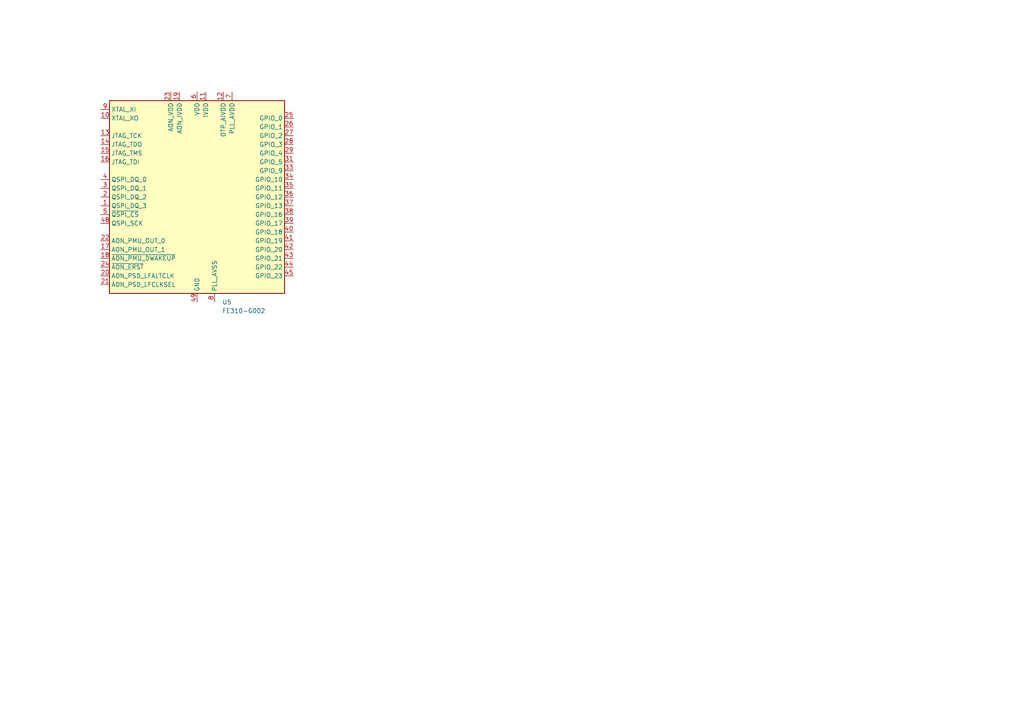
<source format=kicad_sch>
(kicad_sch (version 20230121) (generator eeschema)

  (uuid 376ea675-78a4-40fe-9e38-ffd0b7986113)

  (paper "A4")

  (lib_symbols
    (symbol "MCU_SiFive:FE310-G002" (in_bom yes) (on_board yes)
      (property "Reference" "U" (at -25.4 29.21 0)
        (effects (font (size 1.27 1.27)) (justify left))
      )
      (property "Value" "FE310-G002" (at 12.7 29.21 0)
        (effects (font (size 1.27 1.27)) (justify left))
      )
      (property "Footprint" "Package_DFN_QFN:QFN-48-1EP_6x6mm_P0.4mm_EP4.2x4.2mm_ThermalVias" (at 2.54 -29.21 0)
        (effects (font (size 1.27 1.27)) hide)
      )
      (property "Datasheet" "https://sifive.cdn.prismic.io/sifive%2F3d777659-a0dd-49ed-a011-5bebba17aecf_fe310-g002-ds.pdf" (at -27.94 31.75 0)
        (effects (font (size 1.27 1.27)) hide)
      )
      (property "ki_keywords" "microcontroller RISC-V SiFive" (at 0 0 0)
        (effects (font (size 1.27 1.27)) hide)
      )
      (property "ki_description" "RISC-V MCU, 8KB OTP Program Memory, 8KB ROM, 16KB Instruction Cache, 16KB SRAM, 320MHz, 1.8 and 3.6V, 24 GPIO, QFN-48" (at 0 0 0)
        (effects (font (size 1.27 1.27)) hide)
      )
      (property "ki_fp_filters" "QFN*1EP*6x6mm*P0.4mm*" (at 0 0 0)
        (effects (font (size 1.27 1.27)) hide)
      )
      (symbol "FE310-G002_0_1"
        (rectangle (start -25.4 27.94) (end 25.4 -27.94)
          (stroke (width 0.254) (type default))
          (fill (type background))
        )
      )
      (symbol "FE310-G002_1_1"
        (pin bidirectional line (at -27.94 -2.54 0) (length 2.54)
          (name "QSPI_DQ_3" (effects (font (size 1.27 1.27))))
          (number "1" (effects (font (size 1.27 1.27))))
        )
        (pin output line (at -27.94 22.86 0) (length 2.54)
          (name "XTAL_XO" (effects (font (size 1.27 1.27))))
          (number "10" (effects (font (size 1.27 1.27))))
        )
        (pin power_in line (at 2.54 30.48 270) (length 2.54)
          (name "IVDD" (effects (font (size 1.27 1.27))))
          (number "11" (effects (font (size 1.27 1.27))))
        )
        (pin power_in line (at 7.62 30.48 270) (length 2.54)
          (name "OTP_AIVDD" (effects (font (size 1.27 1.27))))
          (number "12" (effects (font (size 1.27 1.27))))
        )
        (pin input line (at -27.94 17.78 0) (length 2.54)
          (name "JTAG_TCK" (effects (font (size 1.27 1.27))))
          (number "13" (effects (font (size 1.27 1.27))))
        )
        (pin output line (at -27.94 15.24 0) (length 2.54)
          (name "JTAG_TDO" (effects (font (size 1.27 1.27))))
          (number "14" (effects (font (size 1.27 1.27))))
        )
        (pin input line (at -27.94 12.7 0) (length 2.54)
          (name "JTAG_TMS" (effects (font (size 1.27 1.27))))
          (number "15" (effects (font (size 1.27 1.27))))
        )
        (pin input line (at -27.94 10.16 0) (length 2.54)
          (name "JTAG_TDI" (effects (font (size 1.27 1.27))))
          (number "16" (effects (font (size 1.27 1.27))))
        )
        (pin output line (at -27.94 -15.24 0) (length 2.54)
          (name "AON_PMU_OUT_1" (effects (font (size 1.27 1.27))))
          (number "17" (effects (font (size 1.27 1.27))))
        )
        (pin input line (at -27.94 -17.78 0) (length 2.54)
          (name "~{AON_PMU_DWAKEUP}" (effects (font (size 1.27 1.27))))
          (number "18" (effects (font (size 1.27 1.27))))
        )
        (pin power_in line (at -5.08 30.48 270) (length 2.54)
          (name "AON_IVDD" (effects (font (size 1.27 1.27))))
          (number "19" (effects (font (size 1.27 1.27))))
        )
        (pin bidirectional line (at -27.94 0 0) (length 2.54)
          (name "QSPI_DQ_2" (effects (font (size 1.27 1.27))))
          (number "2" (effects (font (size 1.27 1.27))))
        )
        (pin input line (at -27.94 -22.86 0) (length 2.54)
          (name "AON_PSD_LFALTCLK" (effects (font (size 1.27 1.27))))
          (number "20" (effects (font (size 1.27 1.27))))
        )
        (pin input line (at -27.94 -25.4 0) (length 2.54)
          (name "AON_PSD_LFCLKSEL" (effects (font (size 1.27 1.27))))
          (number "21" (effects (font (size 1.27 1.27))))
        )
        (pin output line (at -27.94 -12.7 0) (length 2.54)
          (name "AON_PMU_OUT_0" (effects (font (size 1.27 1.27))))
          (number "22" (effects (font (size 1.27 1.27))))
        )
        (pin power_in line (at -7.62 30.48 270) (length 2.54)
          (name "AON_VDD" (effects (font (size 1.27 1.27))))
          (number "23" (effects (font (size 1.27 1.27))))
        )
        (pin input line (at -27.94 -20.32 0) (length 2.54)
          (name "~{AON_ERST}" (effects (font (size 1.27 1.27))))
          (number "24" (effects (font (size 1.27 1.27))))
        )
        (pin bidirectional line (at 27.94 22.86 180) (length 2.54)
          (name "GPIO_0" (effects (font (size 1.27 1.27))))
          (number "25" (effects (font (size 1.27 1.27))))
        )
        (pin bidirectional line (at 27.94 20.32 180) (length 2.54)
          (name "GPIO_1" (effects (font (size 1.27 1.27))))
          (number "26" (effects (font (size 1.27 1.27))))
        )
        (pin bidirectional line (at 27.94 17.78 180) (length 2.54)
          (name "GPIO_2" (effects (font (size 1.27 1.27))))
          (number "27" (effects (font (size 1.27 1.27))))
        )
        (pin bidirectional line (at 27.94 15.24 180) (length 2.54)
          (name "GPIO_3" (effects (font (size 1.27 1.27))))
          (number "28" (effects (font (size 1.27 1.27))))
        )
        (pin bidirectional line (at 27.94 12.7 180) (length 2.54)
          (name "GPIO_4" (effects (font (size 1.27 1.27))))
          (number "29" (effects (font (size 1.27 1.27))))
        )
        (pin bidirectional line (at -27.94 2.54 0) (length 2.54)
          (name "QSPI_DQ_1" (effects (font (size 1.27 1.27))))
          (number "3" (effects (font (size 1.27 1.27))))
        )
        (pin passive line (at 0 30.48 270) (length 2.54) hide
          (name "VDD" (effects (font (size 1.27 1.27))))
          (number "30" (effects (font (size 1.27 1.27))))
        )
        (pin bidirectional line (at 27.94 10.16 180) (length 2.54)
          (name "GPIO_5" (effects (font (size 1.27 1.27))))
          (number "31" (effects (font (size 1.27 1.27))))
        )
        (pin passive line (at 2.54 30.48 270) (length 2.54) hide
          (name "IVDD" (effects (font (size 1.27 1.27))))
          (number "32" (effects (font (size 1.27 1.27))))
        )
        (pin bidirectional line (at 27.94 7.62 180) (length 2.54)
          (name "GPIO_9" (effects (font (size 1.27 1.27))))
          (number "33" (effects (font (size 1.27 1.27))))
        )
        (pin bidirectional line (at 27.94 5.08 180) (length 2.54)
          (name "GPIO_10" (effects (font (size 1.27 1.27))))
          (number "34" (effects (font (size 1.27 1.27))))
        )
        (pin bidirectional line (at 27.94 2.54 180) (length 2.54)
          (name "GPIO_11" (effects (font (size 1.27 1.27))))
          (number "35" (effects (font (size 1.27 1.27))))
        )
        (pin bidirectional line (at 27.94 0 180) (length 2.54)
          (name "GPIO_12" (effects (font (size 1.27 1.27))))
          (number "36" (effects (font (size 1.27 1.27))))
        )
        (pin bidirectional line (at 27.94 -2.54 180) (length 2.54)
          (name "GPIO_13" (effects (font (size 1.27 1.27))))
          (number "37" (effects (font (size 1.27 1.27))))
        )
        (pin bidirectional line (at 27.94 -5.08 180) (length 2.54)
          (name "GPIO_16" (effects (font (size 1.27 1.27))))
          (number "38" (effects (font (size 1.27 1.27))))
        )
        (pin bidirectional line (at 27.94 -7.62 180) (length 2.54)
          (name "GPIO_17" (effects (font (size 1.27 1.27))))
          (number "39" (effects (font (size 1.27 1.27))))
        )
        (pin bidirectional line (at -27.94 5.08 0) (length 2.54)
          (name "QSPI_DQ_0" (effects (font (size 1.27 1.27))))
          (number "4" (effects (font (size 1.27 1.27))))
        )
        (pin bidirectional line (at 27.94 -10.16 180) (length 2.54)
          (name "GPIO_18" (effects (font (size 1.27 1.27))))
          (number "40" (effects (font (size 1.27 1.27))))
        )
        (pin bidirectional line (at 27.94 -12.7 180) (length 2.54)
          (name "GPIO_19" (effects (font (size 1.27 1.27))))
          (number "41" (effects (font (size 1.27 1.27))))
        )
        (pin bidirectional line (at 27.94 -15.24 180) (length 2.54)
          (name "GPIO_20" (effects (font (size 1.27 1.27))))
          (number "42" (effects (font (size 1.27 1.27))))
        )
        (pin bidirectional line (at 27.94 -17.78 180) (length 2.54)
          (name "GPIO_21" (effects (font (size 1.27 1.27))))
          (number "43" (effects (font (size 1.27 1.27))))
        )
        (pin bidirectional line (at 27.94 -20.32 180) (length 2.54)
          (name "GPIO_22" (effects (font (size 1.27 1.27))))
          (number "44" (effects (font (size 1.27 1.27))))
        )
        (pin bidirectional line (at 27.94 -22.86 180) (length 2.54)
          (name "GPIO_23" (effects (font (size 1.27 1.27))))
          (number "45" (effects (font (size 1.27 1.27))))
        )
        (pin passive line (at 0 30.48 270) (length 2.54) hide
          (name "VDD" (effects (font (size 1.27 1.27))))
          (number "46" (effects (font (size 1.27 1.27))))
        )
        (pin passive line (at 2.54 30.48 270) (length 2.54) hide
          (name "IVDD" (effects (font (size 1.27 1.27))))
          (number "47" (effects (font (size 1.27 1.27))))
        )
        (pin output line (at -27.94 -7.62 0) (length 2.54)
          (name "QSPI_SCK" (effects (font (size 1.27 1.27))))
          (number "48" (effects (font (size 1.27 1.27))))
        )
        (pin power_in line (at 0 -30.48 90) (length 2.54)
          (name "GND" (effects (font (size 1.27 1.27))))
          (number "49" (effects (font (size 1.27 1.27))))
        )
        (pin output line (at -27.94 -5.08 0) (length 2.54)
          (name "~{QSPI_CS}" (effects (font (size 1.27 1.27))))
          (number "5" (effects (font (size 1.27 1.27))))
        )
        (pin power_in line (at 0 30.48 270) (length 2.54)
          (name "VDD" (effects (font (size 1.27 1.27))))
          (number "6" (effects (font (size 1.27 1.27))))
        )
        (pin power_in line (at 10.16 30.48 270) (length 2.54)
          (name "PLL_AVDD" (effects (font (size 1.27 1.27))))
          (number "7" (effects (font (size 1.27 1.27))))
        )
        (pin power_in line (at 5.08 -30.48 90) (length 2.54)
          (name "PLL_AVSS" (effects (font (size 1.27 1.27))))
          (number "8" (effects (font (size 1.27 1.27))))
        )
        (pin input line (at -27.94 25.4 0) (length 2.54)
          (name "XTAL_XI" (effects (font (size 1.27 1.27))))
          (number "9" (effects (font (size 1.27 1.27))))
        )
      )
    )
  )


  (symbol (lib_id "MCU_SiFive:FE310-G002") (at 57.15 57.15 0) (unit 1)
    (in_bom yes) (on_board yes) (dnp no) (fields_autoplaced)
    (uuid abe331ed-4d18-4734-8db5-168dbb41bb5e)
    (property "Reference" "U5" (at 64.4241 87.63 0)
      (effects (font (size 1.27 1.27)) (justify left))
    )
    (property "Value" "FE310-G002" (at 64.4241 90.17 0)
      (effects (font (size 1.27 1.27)) (justify left))
    )
    (property "Footprint" "Package_DFN_QFN:QFN-48-1EP_6x6mm_P0.4mm_EP4.2x4.2mm_ThermalVias" (at 59.69 86.36 0)
      (effects (font (size 1.27 1.27)) hide)
    )
    (property "Datasheet" "https://sifive.cdn.prismic.io/sifive%2F3d777659-a0dd-49ed-a011-5bebba17aecf_fe310-g002-ds.pdf" (at 29.21 25.4 0)
      (effects (font (size 1.27 1.27)) hide)
    )
    (pin "1" (uuid 11a87fc0-eccb-4a5c-b7b7-694ab313431f))
    (pin "10" (uuid 6d92aa52-37db-4f7e-9c11-345884498c15))
    (pin "11" (uuid a9682eb1-29d3-4e45-b3b0-0dd3644b6802))
    (pin "12" (uuid 9ce29825-2bd6-4a04-b653-1383a4295dfa))
    (pin "13" (uuid ab4379b0-60d5-422b-b607-9d0cf4adf9b5))
    (pin "14" (uuid 0f6fa668-902c-430d-b0e4-abb2d0145b6b))
    (pin "15" (uuid c49d23b9-20b8-49a9-8428-5c940a105671))
    (pin "16" (uuid 8def6cbf-2085-4536-bc74-b23b7ab2d252))
    (pin "17" (uuid 89cc02b4-5a34-4a24-8750-d6cee48f3b56))
    (pin "18" (uuid 6c2024bf-cdb1-4328-aaf1-f42cb8de7cb5))
    (pin "19" (uuid 9579e11e-60d1-4769-b3a1-f145e984968d))
    (pin "2" (uuid b4f1a7c8-dd00-4427-920e-f4668192de22))
    (pin "20" (uuid 3dcb0061-3634-41b9-8082-44d3c5226608))
    (pin "21" (uuid 1d0c9594-3095-4402-81f7-7e12418a7318))
    (pin "22" (uuid 6158476a-b681-47e5-a9cf-eb55f9bde128))
    (pin "23" (uuid 50e14a3f-e2ae-4c61-8f2f-72e6f747d7ef))
    (pin "24" (uuid fb759960-f523-4d40-84f2-2f8db1e757d1))
    (pin "25" (uuid eb168e8d-0416-4e39-b9b5-9108d29a77d5))
    (pin "26" (uuid 2c77ab18-2af5-4614-90a7-79b64cb04ef7))
    (pin "27" (uuid 1568ba98-42e0-4edd-8077-78ed98ad8f2d))
    (pin "28" (uuid 91ee5fde-a393-47fe-b583-34325a89d171))
    (pin "29" (uuid ffb1cb83-31fa-467c-82e7-b12c9f1b150d))
    (pin "3" (uuid 7b686ada-056e-459c-98ce-e9ef7b633924))
    (pin "30" (uuid 6f46334c-a435-44b4-9a37-73e998f79a4c))
    (pin "31" (uuid c9344120-01fe-4e03-a24a-4beb10f40c0b))
    (pin "32" (uuid 48466277-4c9c-400a-872f-03f59f081018))
    (pin "33" (uuid 5ef198d8-e5ab-413d-9eda-6874008e66fd))
    (pin "34" (uuid a0893200-77e5-4278-b325-c7cdc8e1d642))
    (pin "35" (uuid e8871650-6f40-4a5c-8656-01e49bc30a88))
    (pin "36" (uuid fd1c0fca-ecb5-4b0a-a2d7-bc19eced37be))
    (pin "37" (uuid 8deaf1b5-d37f-41f0-be21-24c33a3e3003))
    (pin "38" (uuid 3f64f204-4d66-4b6d-b2a5-324444379e5b))
    (pin "39" (uuid f2799792-553b-4d9c-b643-e1c61ebb42b5))
    (pin "4" (uuid cdba22a7-0e3f-460a-8578-8dd4e12320fc))
    (pin "40" (uuid 2e3a4f82-cdc5-4b3e-a788-7cabe8c3f477))
    (pin "41" (uuid fb0c323c-1546-4f1f-946e-ce8de6fbf554))
    (pin "42" (uuid 5cb7b1dc-c55f-41c3-8b87-ed6f58e2bb96))
    (pin "43" (uuid d9e40564-f8db-4fe5-b597-a604926d5fb7))
    (pin "44" (uuid c9a33323-a57e-41f8-b4ef-88a735425162))
    (pin "45" (uuid fda385a3-bdf1-45f1-b89b-1dc0afa9e8ff))
    (pin "46" (uuid c74b14bd-05fc-4eb0-ba3c-282bfe1944ac))
    (pin "47" (uuid 8d5e8771-0877-4cb9-8c2f-b29a630f5068))
    (pin "48" (uuid 7f08dcc0-335f-487d-8511-43bb0e7f8418))
    (pin "49" (uuid 29f593e5-482e-4d6b-abc0-6668d67ab846))
    (pin "5" (uuid 32fdaec7-0c9f-44a1-a799-cff2f10385ea))
    (pin "6" (uuid 23e1b2d5-661f-4ee1-88cc-e54617f9a9bd))
    (pin "7" (uuid 186eb846-0950-40f5-abd7-a9c7dec2d64a))
    (pin "8" (uuid 54b6284b-8807-478f-bd20-12ba2f20ddb1))
    (pin "9" (uuid da320334-81dd-4602-8af5-642f30daddae))
    (instances
      (project "echelon"
        (path "/5fc31bad-36d8-475d-8be1-c35c301b8728/7c6babe4-9f43-400b-acdb-183f407034f2"
          (reference "U5") (unit 1)
        )
      )
    )
  )
)

</source>
